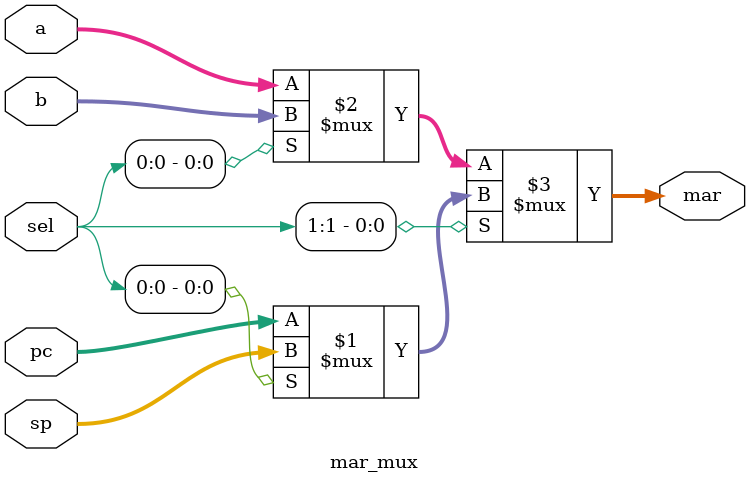
<source format=v>
module mar_mux(
	input [15:0] a,
	input [15:0] b,
	input [15:0] pc,
	input [15:0] sp,
	input [1:0] sel,
	output [15:0] mar
);

assign mar = sel[1] ? (sel[0] ? sp : pc) : (sel[0] ? b : a);

endmodule

</source>
